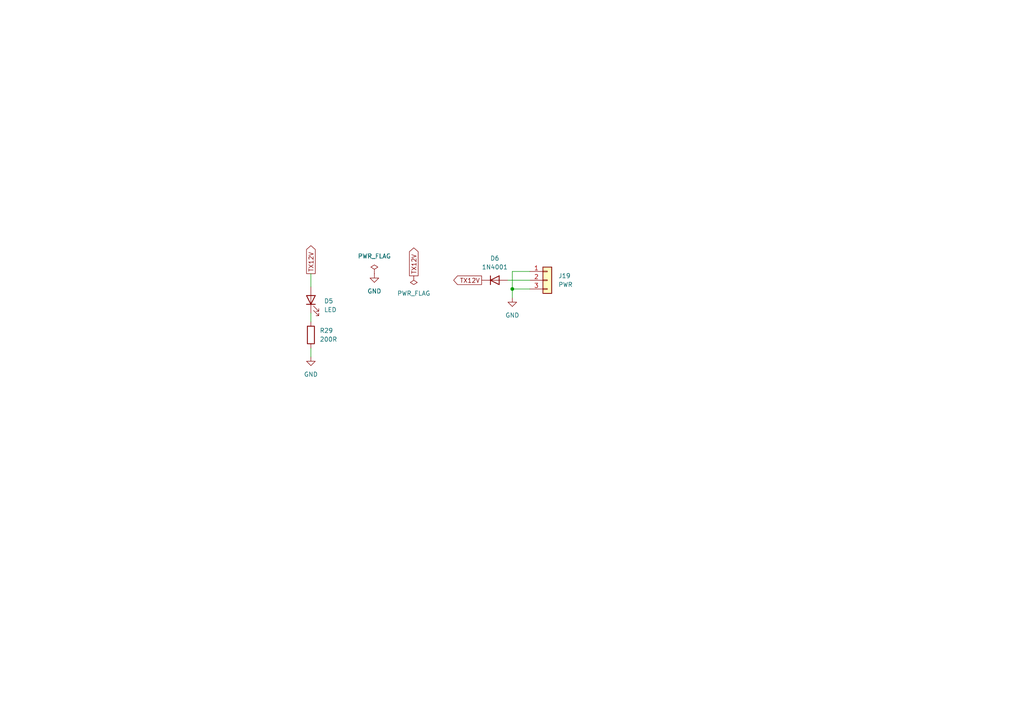
<source format=kicad_sch>
(kicad_sch (version 20211123) (generator eeschema)
  (paper "A4")
  (lib_symbols
    (symbol "Connector_Generic:Conn_01x03" (pin_names (offset 1.016) hide)
      (property "Reference" "J" (at 0 5.08 0))
      (property "Value" "Conn_01x03" (at 0 -5.08 0))
      (symbol "Conn_01x03_1_1"
        (rectangle (start -1.27 -2.413) (end 0 -2.667) (stroke (width 0.1524)))
        (rectangle (start -1.27 0.127) (end 0 -0.127) (stroke (width 0.1524)))
        (rectangle (start -1.27 2.667) (end 0 2.413) (stroke (width 0.1524)))
        (rectangle (start -1.27 3.81) (end 1.27 -3.81) (stroke (width 0.254)) (fill (type background)))
        (pin passive line (at -5.08 2.54 0) (length 3.81) (name "Pin_1") (number "1"))
        (pin passive line (at -5.08 0 0) (length 3.81) (name "Pin_2") (number "2"))
        (pin passive line (at -5.08 -2.54 0) (length 3.81) (name "Pin_3") (number "3"))
      )
    )
    (symbol "Device:LED" (pin_numbers hide) (pin_names (offset 1.016) hide)
      (property "Reference" "D" (at 0 2.54 0))
      (property "Value" "LED" (at 0 -2.54 0))
      (symbol "LED_0_1"
        (polyline (pts (xy -1.27 -1.27) (xy -1.27 1.27)) (stroke (width 0.254)))
        (polyline (pts (xy -1.27 0) (xy 1.27 0)))
        (polyline (pts (xy 1.27 -1.27) (xy 1.27 1.27) (xy -1.27 0) (xy 1.27 -1.27)) (stroke (width 0.254)))
        (polyline (pts (xy -3.048 -0.762) (xy -4.572 -2.286) (xy -3.81 -2.286) (xy -4.572 -2.286) (xy -4.572 -1.524)))
        (polyline (pts (xy -1.778 -0.762) (xy -3.302 -2.286) (xy -2.54 -2.286) (xy -3.302 -2.286) (xy -3.302 -1.524)))
      )
      (symbol "LED_1_1"
        (pin passive line (at -3.81 0 0) (length 2.54) (name "K") (number "1"))
        (pin passive line (at 3.81 0 180) (length 2.54) (name "A") (number "2"))
      )
    )
    (symbol "Device:R" (pin_numbers hide) (pin_names (offset 0))
      (property "Reference" "R" (at 2.032 0 90))
      (property "Value" "R" (at 0 0 90))
      (symbol "R_0_1"
        (rectangle (start -1.016 -2.54) (end 1.016 2.54) (stroke (width 0.254)))
      )
      (symbol "R_1_1"
        (pin passive line (at 0 3.81 270) (length 1.27) (name "~") (number "1"))
        (pin passive line (at 0 -3.81 90) (length 1.27) (name "~") (number "2"))
      )
    )
    (symbol "Diode:1N4001" (pin_numbers hide) (pin_names (offset 1.016) hide)
      (property "Reference" "D" (at 0 2.54 0))
      (property "Value" "1N4001" (at 0 -2.54 0))
      (symbol "1N4001_0_1"
        (polyline (pts (xy -1.27 1.27) (xy -1.27 -1.27)) (stroke (width 0.254)))
        (polyline (pts (xy 1.27 0) (xy -1.27 0)))
        (polyline (pts (xy 1.27 1.27) (xy 1.27 -1.27) (xy -1.27 0) (xy 1.27 1.27)) (stroke (width 0.254)))
      )
      (symbol "1N4001_1_1"
        (pin passive line (at -3.81 0 0) (length 2.54) (name "K") (number "1"))
        (pin passive line (at 3.81 0 180) (length 2.54) (name "A") (number "2"))
      )
    )
    (symbol "power:GND" (power) (pin_names (offset 0))
      (property "Value" "GND" (at 0 -3.81 0))
      (symbol "GND_0_1"
        (polyline (pts (xy 0 0) (xy 0 -1.27) (xy 1.27 -1.27) (xy 0 -2.54) (xy -1.27 -1.27) (xy 0 -1.27)))
      )
      (symbol "GND_1_1"
        (pin power_in line (at 0 0 270) (length 0) hide (name "GND") (number "1"))
      )
    )
    (symbol "power:PWR_FLAG" (power) (pin_numbers hide) (pin_names (offset 0) hide)
      (property "Value" "PWR_FLAG" (at 0 3.81 0))
      (symbol "PWR_FLAG_0_0"
        (pin power_out line (at 0 0 90) (length 0) (name "pwr") (number "1"))
      )
      (symbol "PWR_FLAG_0_1"
        (polyline (pts (xy 0 0) (xy 0 1.27) (xy -1.016 1.905) (xy 0 2.54) (xy 1.016 1.905) (xy 0 1.27)))
      )
    )
  )
  (junction (at 148.59 83.82))
  (wire (pts (xy 147.32 81.28) (xy 153.67 81.28)))
  (wire (pts (xy 90.17 79.375) (xy 90.17 83.185)))
  (wire (pts (xy 148.59 83.82) (xy 148.59 86.36)))
  (wire (pts (xy 90.17 90.805) (xy 90.17 93.345)))
  (wire (pts (xy 148.59 78.74) (xy 148.59 83.82)))
  (wire (pts (xy 148.59 83.82) (xy 153.67 83.82)))
  (wire (pts (xy 90.17 100.965) (xy 90.17 103.505)))
  (wire (pts (xy 153.67 78.74) (xy 148.59 78.74)))
  (global_label "TX12V" (shape output) (at 139.7 81.28 180) (property "Intersheet References" "${INTERSHEET_REFS}" (effects hide)))
  (global_label "TX12V" (shape output) (at 120.015 80.01 90) (property "Intersheet References" "${INTERSHEET_REFS}" (effects hide)))
  (global_label "TX12V" (shape output) (at 90.17 79.375 90) (property "Intersheet References" "${INTERSHEET_REFS}" (effects hide)))
  (symbol (lib_id "power:PWR_FLAG") (at 120.015 80.01 180) (unit 1)
    (property "Reference" "#FLG07" (effects hide))
    (property "Value" "PWR_FLAG" (at 120.015 85.09 0))
  )
  (symbol (lib_id "power:GND") (at 108.585 79.375 0) (unit 1)
    (property "Reference" "#PWR036" (effects hide))
    (property "Value" "GND" (at 108.585 84.455 0))
  )
  (symbol (lib_id "power:GND") (at 90.17 103.505 0) (unit 1)
    (property "Reference" "#PWR035" (effects hide))
    (property "Value" "GND" (at 90.17 108.585 0))
  )
  (symbol (lib_id "Device:LED") (at 90.17 86.995 90) (unit 1)
    (property "Reference" "D5" (at 93.98 87.3124 90) (effects (justify right)))
    (property "Value" "LED" (at 93.98 89.8524 90) (effects (justify right)))
    (property "Footprint" "LED_THT:LED_D3.0mm" (effects hide))
  )
  (symbol (lib_id "Device:R") (at 90.17 97.155 0) (unit 1)
    (property "Reference" "R29" (at 92.71 95.8849 0) (effects (justify left)))
    (property "Value" "200R" (at 92.71 98.4249 0) (effects (justify left)))
    (property "Footprint" "Resistor_SMD:R_1206_3216Metric" (effects hide))
  )
  (symbol (lib_id "power:PWR_FLAG") (at 108.585 79.375 0) (unit 1)
    (property "Reference" "#FLG06" (effects hide))
    (property "Value" "PWR_FLAG" (at 108.585 74.295 0))
  )
  (symbol (lib_id "Connector_Generic:Conn_01x03") (at 158.75 81.28 0) (unit 1)
    (property "Reference" "J19" (at 161.925 80.0099 0) (effects (justify left)))
    (property "Value" "PWR" (at 161.925 82.5499 0) (effects (justify left)))
    (property "Footprint" "Connector_PinHeader_2.54mm:PinHeader_1x03_P2.54mm_Vertical" (effects hide))
  )
  (symbol (lib_id "power:GND") (at 148.59 86.36 0) (unit 1)
    (property "Reference" "#PWR037" (effects hide))
    (property "Value" "GND" (at 148.59 91.44 0))
  )
  (symbol (lib_id "Diode:1N4001") (at 143.51 81.28 0) (unit 1)
    (property "Reference" "D6" (at 143.51 74.93 0))
    (property "Value" "1N4001" (at 143.51 77.47 0))
    (property "Footprint" "Diode_THT:D_DO-41_SOD81_P10.16mm_Horizontal" (effects hide))
    (property "Datasheet" "http://www.vishay.com/docs/88503/1n4001.pdf" (effects hide))
  )
)
</source>
